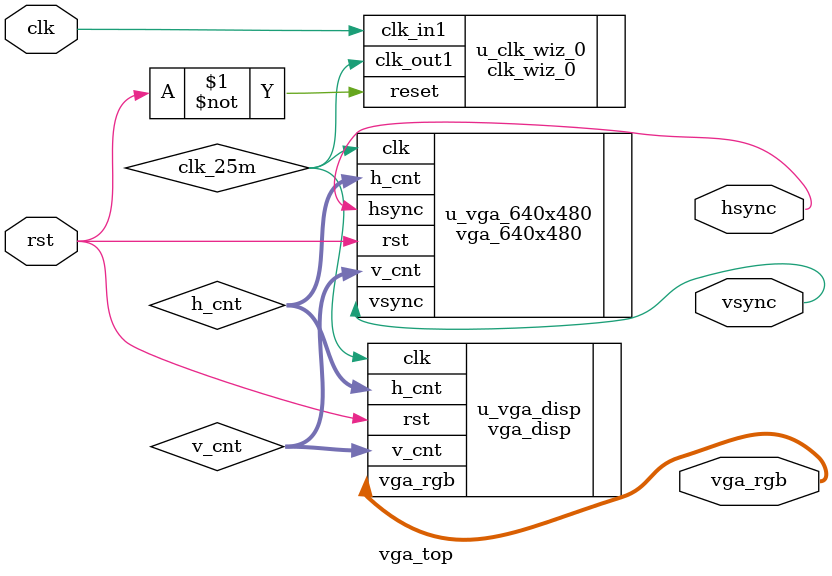
<source format=v>


module vga_top(clk,rst,hsync,vsync,vga_rgb);
input clk;
input rst;

output hsync;
output vsync;
output [11:0] vga_rgb;


wire clk_25m;
wire [9:0] h_cnt;
wire [9:0] v_cnt;
//reg[11:0]vga_data;





    clk_wiz_0 u_clk_wiz_0
    (
    //Clockinports
    .clk_in1(clk),//inputclk_in1
    //Clockoutports
    .clk_out1(clk_25m),//outputclk_out1
    //Statusandcontrolsignals
    .reset(~rst));
	

	vga_640x480 u_vga_640x480(
		.clk(clk_25m),
		.rst(rst),
		.hsync(hsync),
		.vsync(vsync),
		.h_cnt(h_cnt),
		.v_cnt(v_cnt)
		);
		
	vga_disp u_vga_disp(
        .clk(clk_25m),
        .rst(rst),
        .h_cnt(h_cnt),
        .v_cnt(v_cnt),
        .vga_rgb(vga_rgb)
	);


endmodule



</source>
